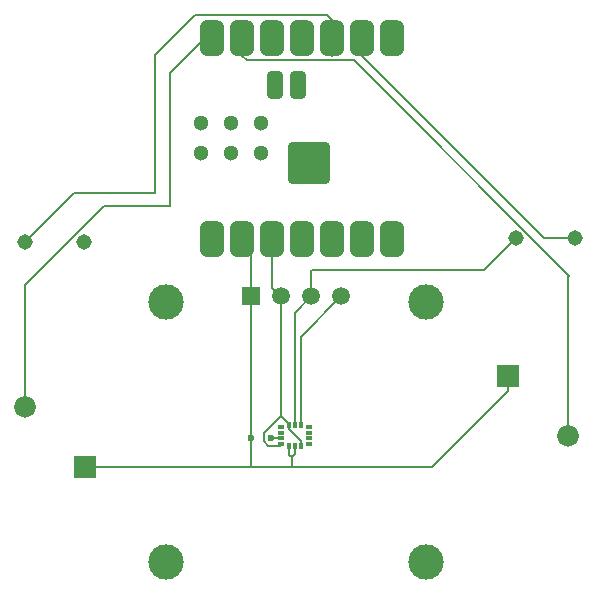
<source format=gbr>
%TF.GenerationSoftware,KiCad,Pcbnew,9.0.2*%
%TF.CreationDate,2025-08-01T16:53:22-07:00*%
%TF.ProjectId,bitboy,62697462-6f79-42e6-9b69-6361645f7063,rev?*%
%TF.SameCoordinates,Original*%
%TF.FileFunction,Copper,L2,Bot*%
%TF.FilePolarity,Positive*%
%FSLAX46Y46*%
G04 Gerber Fmt 4.6, Leading zero omitted, Abs format (unit mm)*
G04 Created by KiCad (PCBNEW 9.0.2) date 2025-08-01 16:53:22*
%MOMM*%
%LPD*%
G01*
G04 APERTURE LIST*
G04 Aperture macros list*
%AMRoundRect*
0 Rectangle with rounded corners*
0 $1 Rounding radius*
0 $2 $3 $4 $5 $6 $7 $8 $9 X,Y pos of 4 corners*
0 Add a 4 corners polygon primitive as box body*
4,1,4,$2,$3,$4,$5,$6,$7,$8,$9,$2,$3,0*
0 Add four circle primitives for the rounded corners*
1,1,$1+$1,$2,$3*
1,1,$1+$1,$4,$5*
1,1,$1+$1,$6,$7*
1,1,$1+$1,$8,$9*
0 Add four rect primitives between the rounded corners*
20,1,$1+$1,$2,$3,$4,$5,0*
20,1,$1+$1,$4,$5,$6,$7,0*
20,1,$1+$1,$6,$7,$8,$9,0*
20,1,$1+$1,$8,$9,$2,$3,0*%
G04 Aperture macros list end*
%TA.AperFunction,ComponentPad*%
%ADD10R,1.830000X1.830000*%
%TD*%
%TA.AperFunction,ComponentPad*%
%ADD11C,1.830000*%
%TD*%
%TA.AperFunction,ComponentPad*%
%ADD12R,1.508000X1.508000*%
%TD*%
%TA.AperFunction,ComponentPad*%
%ADD13C,1.508000*%
%TD*%
%TA.AperFunction,ComponentPad*%
%ADD14C,3.000000*%
%TD*%
%TA.AperFunction,ComponentPad*%
%ADD15C,1.308000*%
%TD*%
%TA.AperFunction,SMDPad,CuDef*%
%ADD16RoundRect,0.500000X-0.500000X1.000000X-0.500000X-1.000000X0.500000X-1.000000X0.500000X1.000000X0*%
%TD*%
%TA.AperFunction,HeatsinkPad*%
%ADD17RoundRect,0.250000X-1.500000X1.500000X-1.500000X-1.500000X1.500000X-1.500000X1.500000X1.500000X0*%
%TD*%
%TA.AperFunction,SMDPad,CuDef*%
%ADD18RoundRect,0.250000X-0.400000X0.900000X-0.400000X-0.900000X0.400000X-0.900000X0.400000X0.900000X0*%
%TD*%
%TA.AperFunction,SMDPad,CuDef*%
%ADD19C,1.300000*%
%TD*%
%TA.AperFunction,SMDPad,CuDef*%
%ADD20RoundRect,0.087500X0.207500X0.087500X-0.207500X0.087500X-0.207500X-0.087500X0.207500X-0.087500X0*%
%TD*%
%TA.AperFunction,SMDPad,CuDef*%
%ADD21RoundRect,0.087500X0.087500X0.207500X-0.087500X0.207500X-0.087500X-0.207500X0.087500X-0.207500X0*%
%TD*%
%TA.AperFunction,ViaPad*%
%ADD22C,0.600000*%
%TD*%
%TA.AperFunction,Conductor*%
%ADD23C,0.200000*%
%TD*%
G04 APERTURE END LIST*
D10*
%TO.P,S1,1*%
%TO.N,GND*%
X164440000Y-71970000D03*
D11*
%TO.P,S1,3*%
%TO.N,AddPeep*%
X169520000Y-77050000D03*
%TD*%
D10*
%TO.P,S2,1*%
%TO.N,GND*%
X128627500Y-79640000D03*
D11*
%TO.P,S2,3*%
%TO.N,Reset*%
X123547500Y-74560000D03*
%TD*%
D12*
%TO.P,U2,1,GND*%
%TO.N,GND*%
X142690000Y-65195000D03*
D13*
%TO.P,U2,2,VCC_IN*%
%TO.N,3V3*%
X145230000Y-65195000D03*
%TO.P,U2,3,SCL*%
%TO.N,SCL*%
X147770000Y-65195000D03*
%TO.P,U2,4,SDA*%
%TO.N,SDA*%
X150310000Y-65195000D03*
D14*
%TO.P,U2,S1*%
%TO.N,N/C*%
X135500000Y-65695000D03*
%TO.P,U2,S2*%
X157500000Y-65695000D03*
%TO.P,U2,S3*%
X157500000Y-87695000D03*
%TO.P,U2,S4*%
X135500000Y-87695000D03*
%TD*%
D15*
%TO.P,R1,1*%
%TO.N,SCL*%
X165080000Y-60220000D03*
%TO.P,R1,2*%
%TO.N,Net-(U1-GPIO7{slash}SCL)*%
X170080000Y-60220000D03*
%TD*%
D16*
%TO.P,U1,1,GPIO26/ADC0/A0*%
%TO.N,Reset*%
X139410000Y-43320000D03*
%TO.P,U1,2,GPIO27/ADC1/A1*%
%TO.N,AddPeep*%
X141950000Y-43320000D03*
%TO.P,U1,3,GPIO28/ADC2/A2*%
%TO.N,unconnected-(U1-GPIO28{slash}ADC2{slash}A2-Pad3)*%
X144490000Y-43320000D03*
%TO.P,U1,4,GPIO29/ADC3/A3*%
%TO.N,unconnected-(U1-GPIO29{slash}ADC3{slash}A3-Pad4)*%
X147030000Y-43320000D03*
%TO.P,U1,5,GPIO6/SDA*%
%TO.N,Net-(U1-GPIO6{slash}SDA)*%
X149570000Y-43320000D03*
%TO.P,U1,6,GPIO7/SCL*%
%TO.N,Net-(U1-GPIO7{slash}SCL)*%
X152110000Y-43320000D03*
%TO.P,U1,7,GPIO0/TX*%
%TO.N,unconnected-(U1-GPIO0{slash}TX-Pad7)*%
X154650000Y-43320000D03*
%TO.P,U1,8,GPIO1/RX*%
%TO.N,unconnected-(U1-GPIO1{slash}RX-Pad8)*%
X154650000Y-60320000D03*
%TO.P,U1,9,GPIO2/SCK*%
%TO.N,unconnected-(U1-GPIO2{slash}SCK-Pad9)*%
X152110000Y-60320000D03*
%TO.P,U1,10,GPIO4/MISO*%
%TO.N,unconnected-(U1-GPIO4{slash}MISO-Pad10)*%
X149570000Y-60320000D03*
%TO.P,U1,11,GPIO3/MOSI*%
%TO.N,unconnected-(U1-GPIO3{slash}MOSI-Pad11)*%
X147030000Y-60320000D03*
%TO.P,U1,12,3V3*%
%TO.N,3V3*%
X144490000Y-60320000D03*
%TO.P,U1,13,GND*%
%TO.N,GND*%
X141950000Y-60320000D03*
%TO.P,U1,14,VBUS*%
%TO.N,unconnected-(U1-VBUS-Pad14)*%
X139410000Y-60320000D03*
D17*
%TO.P,U1,15*%
%TO.N,N/C*%
X147630000Y-53920000D03*
D18*
%TO.P,U1,16*%
X146630000Y-47320000D03*
%TO.P,U1,17*%
X144730000Y-47320000D03*
D19*
%TO.P,U1,18*%
X138410000Y-50550000D03*
%TO.P,U1,19*%
X140990000Y-50550000D03*
%TO.P,U1,20*%
X143530000Y-50550000D03*
%TO.P,U1,21*%
X143530000Y-53090000D03*
%TO.P,U1,22*%
X140990000Y-53090000D03*
%TO.P,U1,23*%
X138410000Y-53090000D03*
%TD*%
D20*
%TO.P,U3,1,AP_SDO/AP_AD0*%
%TO.N,unconnected-(U3-AP_SDO{slash}AP_AD0-Pad1)*%
X147565000Y-76225000D03*
%TO.P,U3,2,RESV_2*%
%TO.N,unconnected-(U3-RESV_2-Pad2)*%
X147565000Y-76725000D03*
%TO.P,U3,3,RESV_3*%
%TO.N,unconnected-(U3-RESV_3-Pad3)*%
X147565000Y-77225000D03*
%TO.P,U3,4,INT1/INT*%
%TO.N,unconnected-(U3-INT1{slash}INT-Pad4)*%
X147565000Y-77725000D03*
D21*
%TO.P,U3,5,VDDIO*%
%TO.N,3V3*%
X146900000Y-77890000D03*
%TO.P,U3,6,GND*%
%TO.N,GND*%
X146400000Y-77890000D03*
%TO.P,U3,7,RESV_7*%
X145900000Y-77890000D03*
D20*
%TO.P,U3,8,VDD*%
%TO.N,3V3*%
X145235000Y-77725000D03*
%TO.P,U3,9,INT2/FSYNC/CLKIN*%
%TO.N,GND*%
X145235000Y-77225000D03*
%TO.P,U3,10,RESV_10*%
%TO.N,unconnected-(U3-RESV_10-Pad10)*%
X145235000Y-76725000D03*
%TO.P,U3,11,RESV_11*%
%TO.N,unconnected-(U3-RESV_11-Pad11)*%
X145235000Y-76225000D03*
D21*
%TO.P,U3,12,AP_CS*%
%TO.N,3V3*%
X145900000Y-76060000D03*
%TO.P,U3,13,AP_SCL/AP_SCLK*%
%TO.N,SCL*%
X146400000Y-76060000D03*
%TO.P,U3,14,AP_SDA/AP_SDIO/AP_SDI*%
%TO.N,SDA*%
X146900000Y-76060000D03*
%TD*%
D15*
%TO.P,R2,1*%
%TO.N,Net-(U1-GPIO6{slash}SDA)*%
X123570000Y-60560000D03*
%TO.P,R2,2*%
%TO.N,SDA*%
X128570000Y-60560000D03*
%TD*%
D22*
%TO.N,GND*%
X142690000Y-77220000D03*
X144370000Y-77220000D03*
%TD*%
D23*
%TO.N,SCL*%
X162370000Y-62930000D02*
X147870000Y-62930000D01*
X146400000Y-76060000D02*
X146400000Y-66565000D01*
X147770000Y-63030000D02*
X147770000Y-65195000D01*
X146400000Y-66565000D02*
X147770000Y-65195000D01*
X165080000Y-60220000D02*
X162370000Y-62930000D01*
X147870000Y-62930000D02*
X147770000Y-63030000D01*
%TO.N,Net-(U1-GPIO7{slash}SCL)*%
X152110000Y-44820000D02*
X152110000Y-43320000D01*
X170080000Y-60220000D02*
X167510000Y-60220000D01*
X167510000Y-60220000D02*
X152110000Y-44820000D01*
%TO.N,SDA*%
X146900000Y-76060000D02*
X146900000Y-68605000D01*
X146900000Y-68605000D02*
X150310000Y-65195000D01*
%TO.N,Net-(U1-GPIO6{slash}SDA)*%
X127680000Y-56450000D02*
X134550000Y-56450000D01*
X137900000Y-41400000D02*
X149150000Y-41400000D01*
X134550000Y-44750000D02*
X137900000Y-41400000D01*
X149570000Y-41820000D02*
X149570000Y-43320000D01*
X149570000Y-43320000D02*
X149570000Y-44820000D01*
X123570000Y-60560000D02*
X127680000Y-56450000D01*
X134550000Y-56450000D02*
X134550000Y-44750000D01*
X149150000Y-41400000D02*
X149570000Y-41820000D01*
%TO.N,GND*%
X128627500Y-79640000D02*
X146150000Y-79640000D01*
X157980000Y-79640000D02*
X146150000Y-79640000D01*
X142690000Y-77220000D02*
X142690000Y-79620000D01*
X145910000Y-77900000D02*
X145910000Y-78590000D01*
X145910000Y-78590000D02*
X146130000Y-78810000D01*
X146400000Y-77890000D02*
X146400000Y-78570000D01*
X146130000Y-78810000D02*
X146160000Y-78810000D01*
X142690000Y-65195000D02*
X142690000Y-77220000D01*
X142690000Y-65195000D02*
X142690000Y-61060000D01*
X146400000Y-78570000D02*
X146160000Y-78810000D01*
X144375000Y-77225000D02*
X144370000Y-77220000D01*
X164440000Y-73180000D02*
X164440000Y-71970000D01*
X145900000Y-77890000D02*
X145910000Y-77900000D01*
X145235000Y-77225000D02*
X144375000Y-77225000D01*
X146150000Y-78820000D02*
X146150000Y-79640000D01*
X157980000Y-79640000D02*
X164440000Y-73180000D01*
X146160000Y-78810000D02*
X146150000Y-78820000D01*
X142690000Y-61060000D02*
X141950000Y-60320000D01*
%TO.N,AddPeep*%
X169520000Y-63549426D02*
X169520000Y-77050000D01*
X142351000Y-45221000D02*
X141950000Y-44820000D01*
X169640000Y-63429426D02*
X151431574Y-45221000D01*
X141950000Y-44820000D02*
X141950000Y-43320000D01*
X151431574Y-45221000D02*
X142351000Y-45221000D01*
X169640000Y-63429426D02*
X169520000Y-63549426D01*
%TO.N,Reset*%
X138810000Y-43320000D02*
X139410000Y-43320000D01*
X135840000Y-46290000D02*
X138810000Y-43320000D01*
X123547500Y-74560000D02*
X123547500Y-64231926D01*
X123547500Y-64231926D02*
X130269426Y-57510000D01*
X135840000Y-57510000D02*
X135840000Y-46290000D01*
X130269426Y-57510000D02*
X135840000Y-57510000D01*
%TO.N,3V3*%
X145900000Y-75980000D02*
X145230000Y-75310000D01*
X145235000Y-77725000D02*
X145139000Y-77821000D01*
X145900000Y-76060000D02*
X145900000Y-75980000D01*
X146900000Y-77890000D02*
X146900000Y-77406848D01*
X144490000Y-60320000D02*
X144490000Y-64455000D01*
X146900000Y-77406848D02*
X145900000Y-76406848D01*
X143769000Y-76771000D02*
X145230000Y-75310000D01*
X143769000Y-77468943D02*
X143769000Y-76771000D01*
X145139000Y-77821000D02*
X144121057Y-77821000D01*
X144490000Y-64455000D02*
X145230000Y-65195000D01*
X145230000Y-75310000D02*
X145230000Y-65195000D01*
X145900000Y-76406848D02*
X145900000Y-76060000D01*
X144121057Y-77821000D02*
X143769000Y-77468943D01*
%TD*%
M02*

</source>
